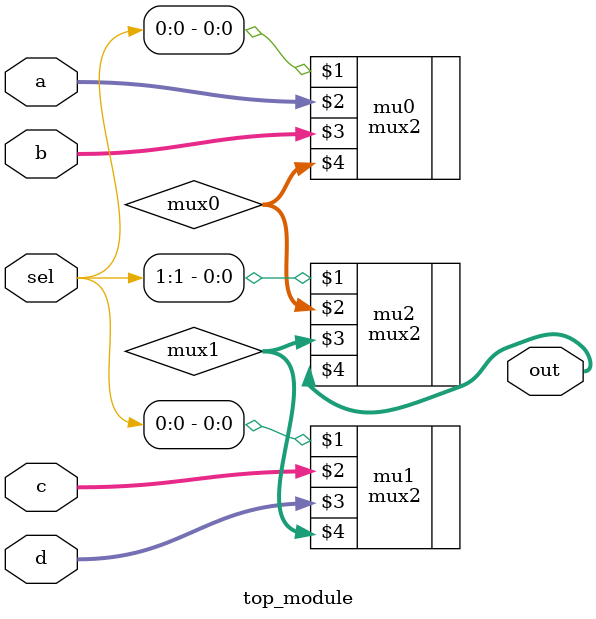
<source format=v>
module top_module (
    input [1:0] sel,
    input [7:0] a,
    input [7:0] b,
    input [7:0] c,
    input [7:0] d,
    output [7:0] out  ); //
    reg[7:0]  mux0, mux1;
    mux2 mu0 ( sel[0],    a,    b, mux0 );
    mux2 mu1 ( sel[0],    c,    d, mux1 );
    mux2 mu2 ( sel[1], mux0, mux1,  out );

endmodule

</source>
